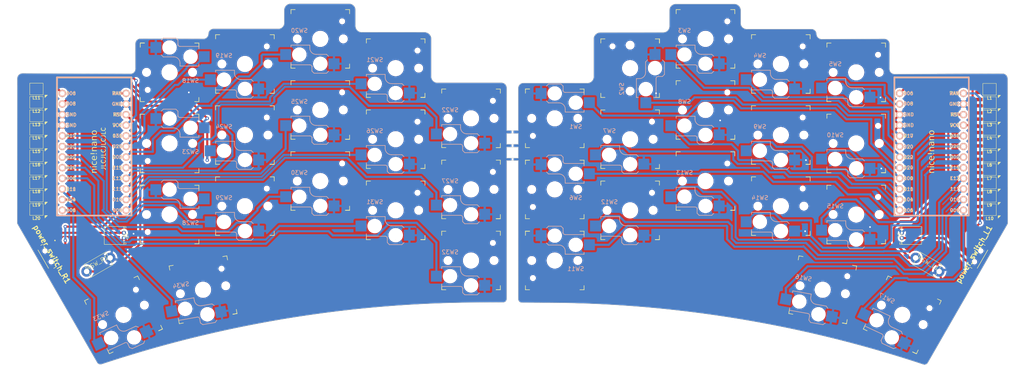
<source format=kicad_pcb>
(kicad_pcb (version 20221018) (generator pcbnew)
  (layers (0 "F.Cu" signal) (31 "B.Cu" signal) (34 "B.Paste" user) (35 "F.Paste" user) (36 "B.SilkS" user "B.Silkscreen") (37 "F.SilkS" user "F.Silkscreen") (38 "B.Mask" user) (39 "F.Mask" user) (44 "Edge.Cuts" user))
  (net 0 "")
  (net 1 "BAT+_L")
  (net 2 "GND_L")
  (net 3 "BAT+_R")
  (net 4 "GND_R")
  (net 5 "VCC_L")
  (net 6 "Net-(L1-DOUT)")
  (net 7 "LED_L")
  (net 8 "Net-(L2-DOUT)")
  (net 9 "Net-(L3-DOUT)")
  (net 10 "Net-(L4-DOUT)")
  (net 11 "Net-(L5-DOUT)")
  (net 12 "Net-(L6-DOUT)")
  (net 13 "Net-(L7-DOUT)")
  (net 14 "Net-(L8-DOUT)")
  (net 15 "Net-(L10-DIN)")
  (net 17 "VCC_R")
  (net 18 "Net-(L11-DOUT)")
  (net 19 "LED_R")
  (net 20 "Net-(L12-DOUT)")
  (net 21 "Net-(L13-DOUT)")
  (net 22 "Net-(L14-DOUT)")
  (net 23 "Net-(L15-DOUT)")
  (net 24 "Net-(L16-DOUT)")
  (net 25 "Net-(L17-DOUT)")
  (net 26 "Net-(L18-DOUT)")
  (net 27 "Net-(L19-DOUT)")
  (net 29 "BAT_SW_L")
  (net 35 "BAT_SW_R")
  (net 41 "RST_L")
  (net 42 "RST_R")
  (net 43 "SW1")
  (net 44 "SW2")
  (net 45 "SW3")
  (net 46 "SW4")
  (net 47 "SW5")
  (net 48 "SW6")
  (net 49 "SW7")
  (net 50 "SW8")
  (net 51 "SW9")
  (net 52 "SW10")
  (net 53 "SW11")
  (net 54 "SW12")
  (net 55 "SW13")
  (net 56 "SW14")
  (net 57 "SW15")
  (net 58 "SW16")
  (net 59 "SW17")
  (net 60 "SW18")
  (net 61 "SW19")
  (net 62 "SW20")
  (net 63 "SW21")
  (net 64 "SW22")
  (net 65 "SW23")
  (net 66 "SW24")
  (net 67 "SW27")
  (net 68 "SW28")
  (net 69 "SW29")
  (net 70 "SW30")
  (net 71 "SW33")
  (net 72 "SW34")
  (net 73 "SW25")
  (net 74 "SW32")
  (net 75 "SW26")
  (net 76 "SW31")
  (footprint "KoalaKeeb:SK6812-MINI-E" (layer "F.Cu") (at 46.2 70.8)
    (fp_text reference "L20")
    (fp_text value "~" hide)
  )
  (footprint "KoalaKeeb:SK6812-MINI-E" (layer "F.Cu") (at 273.85 48.45)
    (fp_text reference "L3")
    (fp_text value "~" hide)
  )
  (footprint "KoalaKeeb:Kailh_socket_PG1350" (layer "F.Cu") (at 242 55)
    (fp_text reference "SW10")
    (fp_text value "Switch_SW_Push")
  )
  (footprint "KoalaKeeb:JLC 2Pin" (layer "F.Cu") (at 67.096 77 -90)
    (fp_text reference "J2")
    (fp_text value "JLC_Battery_Con_R")
  )
  (footprint "KoalaKeeb:Kailh_socket_PG1350" (layer "F.Cu") (at 150 66)
    (fp_text reference "SW27")
    (fp_text value "Switch_SW_Push")
  )
  (footprint "KoalaKeeb:SK6812-MINI-E" (layer "F.Cu") (at 46.2 58)
    (fp_text reference "L16")
    (fp_text value "~" hide)
  )
  (footprint "KoalaKeeb:Kailh_socket_PG1350" (layer "F.Cu") (at 234 90 -10)
    (fp_text reference "SW16")
    (fp_text value "Switch_SW_Push")
  )
  (footprint "KoalaKeeb:SK6812-MINI-E" (layer "F.Cu") (at 46.2 54.8)
    (fp_text reference "L15")
    (fp_text value "~" hide)
  )
  (footprint "KoalaKeeb:SK6812-MINI-E" (layer "F.Cu") (at 273.85 67.65)
    (fp_text reference "L9")
    (fp_text value "~" hide)
  )
  (footprint "KoalaKeeb:SK6812-MINI-E" (layer "F.Cu") (at 273.85 42.05)
    (fp_text reference "L1")
    (fp_text value "~" hide)
  )
  (footprint "KoalaKeeb:Kailh_socket_PG1350" (layer "F.Cu") (at 132 37)
    (fp_text reference "SW21")
    (fp_text value "Switch_SW_Push")
  )
  (footprint "KoalaKeeb:TS-1136-4.3" (layer "F.Cu") (at 259 84 -30)
    (fp_text reference "RSW_L1")
    (fp_text value "Switch_SW_Push")
  )
  (footprint "KoalaKeeb:Kailh_socket_PG1350" (layer "F.Cu") (at 96 53)
    (fp_text reference "SW24")
    (fp_text value "Switch_SW_Push")
  )
  (footprint "KoalaKeeb:SK6812-MINI-E" (layer "F.Cu") (at 273.85 54.85)
    (fp_text reference "L5")
    (fp_text value "~" hide)
  )
  (footprint "KoalaKeeb:Kailh_socket_PG1350" (layer "F.Cu") (at 78 55 180)
    (fp_text reference "SW23")
    (fp_text value "Switch_SW_Push")
  )
  (footprint "KoalaKeeb:SK6812-MINI-E" (layer "F.Cu") (at 46.2 45.2)
    (fp_text reference "L12")
    (fp_text value "~" hide)
  )
  (footprint "KoalaKeeb:Kailh_socket_PG1350" (layer "F.Cu") (at 224 36)
    (fp_text reference "SW4")
    (fp_text value "Switch_SW_Push")
  )
  (footprint "KoalaKeeb:Kailh_socket_PG1350" (layer "F.Cu") (at 242 72)
    (fp_text reference "SW15")
    (fp_text value "Switch_SW_Push")
  )
  (footprint "KoalaKeeb:SK6812-MINI-E" (layer "F.Cu") (at 46.2 42)
    (fp_text reference "L11")
    (fp_text value "~" hide)
  )
  (footprint "KoalaKeeb:Kailh_socket_PG1350" (layer "F.Cu") (at 96 70)
    (fp_text reference "SW29")
    (fp_text value "Switch_SW_Push")
  )
  (footprint "KoalaKeeb:Kailh_socket_PG1350" (layer "F.Cu") (at 86 90 10)
    (fp_text reference "SW34")
    (fp_text value "Switch_SW_Push")
  )
  (footprint "KoalaKeeb:Kailh_socket_PG1350" (layer "F.Cu") (at 96 36)
    (fp_text reference "SW19")
    (fp_text value "Switch_SW_Push")
  )
  (footprint "KoalaKeeb:Kailh_socket_PG1350" (layer "F.Cu") (at 67 96 25)
    (fp_text reference "SW33")
    (fp_text value "Switch_SW_Push")
  )
  (footprint "KoalaKeeb:SK6812-MINI-E" (layer "F.Cu") (at 273.85 61.25)
    (fp_text reference "L7")
    (fp_text value "~" hide)
  )
  (footprint "KoalaKeeb:SK6812-MINI-E" (layer "F.Cu") (at 46.2 67.6)
    (fp_text reference "L19")
    (fp_text value "~" hide)
  )
  (footprint "KoalaKeeb:MSK12C02" (layer "F.Cu") (at 49 82 -60)
    (fp_text reference "power_switch_R1")
    (fp_text value "MSK12C02" hide)
  )
  (footprint "KoalaKeeb:Kailh_socket_PG1350" (layer "F.Cu") (at 132 54)
    (fp_text reference "SW26")
    (fp_text value "Switch_SW_Push")
  )
  (footprint "KoalaKeeb:Kailh_socket_PG1350" (layer "F.Cu") (at 170 49 180)
    (fp_text reference "SW1")
    (fp_text value "Switch_SW_Push")
  )
  (footprint "KoalaKeeb:Kailh_socket_PG1350" (layer "F.Cu") (at 188 71)
    (fp_text reference "SW12")
    (fp_text value "Switch_SW_Push")
  )
  (footprint "KoalaKeeb:Kailh_socket_PG1350" (layer "F.Cu") (at 114 64)
    (fp_text reference "SW30")
    (fp_text value "Switch_SW_Push")
  )
  (footprint "KoalaKeeb:SK6812-MINI-E" (layer "F.Cu") (at 46.2 64.4)
    (fp_text reference "L18")
    (fp_text value "~" hide)
  )
  (footprint "KoalaKeeb:Kailh_socket_PG1350" (layer "F.Cu") (at 206 47)
    (fp_text reference "SW8")
    (fp_text value "Switch_SW_Push")
  )
  (footprint "KoalaKeeb:MSK12C02" (layer "F.Cu") (at 271 82 60)
    (fp_text reference "power_switch_L1")
    (fp_text value "MSK12C02" hide)
  )
  (footprint "KoalaKeeb:SK6812-MINI-E" (layer "F.Cu") (at 46.2 48.4)
    (fp_text reference "L13")
    (fp_text value "~" hide)
  )
  (footprint "KoalaKeeb:Kailh_socket_PG1350" (layer "F.Cu") (at 253 96 -25)
    (fp_text reference "SW17")
    (fp_text value "Switch_SW_Push")
  )
  (footprint "KoalaKeeb:JLC 2Pin" (layer "F.Cu") (at 252.904 77 90)
    (fp_text reference "J1")
    (fp_text value "JLC_Battery_Con_L")
  )
  (footprint "KoalaKeeb:Kailh_socket_PG1350" (layer "F.Cu") (at 132 71)
    (fp_text reference "SW31")
    (fp_text value "Switch_SW_Push")
  )
  (footprint "KoalaKeeb:Kailh_socket_PG1350" (layer "F.Cu") (at 170 66 180)
    (fp_text reference "SW6")
    (fp_text value "Switch_SW_Push")
  )
  (footprint "KoalaKeeb:nice!nano" (layer "F.Cu") (at 260 57 -90)
    (fp_text reference "U1" hide)
    (fp_text value "Nice!Nano_L" hide)
  )
  (footprint "KoalaKeeb:Kailh_socket_PG1350" (layer "F.Cu") (at 206 64)
    (fp_text reference "SW13")
    (fp_text value "Switch_SW_Push")
  )
  (footprint "KoalaKeeb:Kailh_socket_PG1350" (layer "F.Cu") (at 206 30)
    (fp_text reference "SW3")
    (fp_text value "Switch_SW_Push")
  )
  (footprint "KoalaKeeb:SK6812-MINI-E" (layer "F.Cu") (at 273.85 58.05)
    (fp_text reference "L6")
    (fp_text value "~" hide)
  )
  (footprint "KoalaKeeb:Kailh_socket_PG1350" (layer "F.Cu") (at 242 38)
    (fp_text reference "SW5")
    (fp_text value "Switch_SW_Push")
  )
  (footprint "KoalaKeeb:Kailh_socket_PG1350" (layer "F.Cu") (at 78 72 180)
    (fp_text reference "SW28")
    (fp_text value "Switch_SW_Push")
  )
  (footprint "KoalaKeeb:Kailh_socket_PG1350" (layer "F.Cu") (at 224 70)
    (fp_text reference "SW14")
    (fp_text value "Switch_SW_Push")
  )
  (footprint "KoalaKeeb:Kailh_socket_PG1350" (layer "F.Cu") (at 150 83)
    (fp_text reference "SW32")
    (fp_text value "Switch_SW_Push")
  )
  (footprint "KoalaKeeb:SK6812-MINI-E" (layer "F.Cu") (at 46.2 51.6)
    (fp_text reference "L14")
    (fp_text value "~" hide)
  )
  (footprint "KoalaKeeb:Kailh_socket_PG1350" (layer "F.Cu") (at 188 37 90)
    (fp_text reference "SW2")
    (fp_text value "Switch_SW_Push")
  )
  (footprint "KoalaKeeb:Kailh_socket_PG1350" (layer "F.Cu") (at 78 38 180)
    (fp_text reference "SW18")
    (fp_text value "Switch_SW_Push")
  )
  (footprint "KoalaKeeb:TS-1136-4.3" (layer "F.Cu") (at 61 84 30)
    (fp_text reference "RSW_R1")
    (fp_text value "Switch_SW_Push")
  )
  (footprint "KoalaKeeb:nice!nano" (layer "F.Cu") (at 60 57 -90)
    (fp_text reference "U2" hide)
    (fp_text value "Nice!Nano_R" hide)
  )
  (footprint "KoalaKeeb:Kailh_socket_PG1350" (layer "F.Cu") (at 114 30)
    (fp_text reference "SW20")
    (fp_text value "Switch_SW_Push")
  )
  (footprint "KoalaKeeb:Kailh_socket_PG1350" (layer "F.Cu") (at 114 47)
    (fp_text reference "SW25")
    (fp_text value "Switch_SW_Push")
  )
  (footprint "KoalaKeeb:Kailh_socket_PG1350" (layer "F.Cu") (at 150 49)
    (fp_text reference "SW22")
    (fp_text value "Switch_SW_Push")
  )
  (footprint "KoalaKeeb:Kailh_socket_PG1350" (layer "F.Cu") (at 188 54)
    (fp_text reference "SW7")
    (fp_text value "Switch_SW_Push")
  )
  (footprint "KoalaKeeb:SK6812-MINI-E" (layer "F.Cu") (at 46.2 61.2)
    (fp_text reference "L17")
    (fp_text value "~" hide)
  )
  (footprint "KoalaKeeb:SK6812-MINI-E" (layer "F.Cu") (at 273.85 45.25)
    (fp_text reference "L2")
    (fp_text value "~" hide)
  )
  (footprint "KoalaKeeb:Kailh_socket_PG1350" (layer "F.Cu") (at 224 53)
    (fp_text reference "SW9")
    (fp_text value "Switch_SW_Push")
  )
  (footprint "KoalaKeeb:SK6812-MINI-E" (layer "F.Cu") (at 273.85 51.65)
    (fp_text reference "L4")
    (fp_text value "~" hide)
  )
  (footprint "KoalaKeeb:SK6812-MINI-E" (layer "F.Cu") (at 273.85 64.45)
    (fp_text reference "L8")
    (fp_text value "~" hide)
  )
  (footprint "KoalaKeeb:SK6812-MINI-E" (layer "F.Cu") (at 273.85 70.85)
    (fp_text reference "L10")
    (fp_text value "~" hide)
  )
  (footprint "KoalaKeeb:Kailh_socket_PG1350" (layer "F.Cu") (at 170 83 180)
    (fp_text reference "SW11")
    (fp_text value "Switch_SW_Push")
  )
  (gr_arc (start 61.796928 107.790785) (mid 106.804796 96.741368) (end 153 93.026401) (stroke (width 0.1)) (layer "Edge.Cuts"))
  (gr_line (start 162.504783 40.554468) (end 177.804796 40.558632) (stroke (width 0.1)) (layer "Edge.Cuts"))
  (gr_arc (start 69.84731 31.151469) (mid 70.2 30.3) (end 71.051469 29.94731) (stroke (width 0.1)) (layer "Edge.Cuts"))
  (gr_line (start 158.5 51.9) (end 161.3 51.9) (stroke (width 0.1)) (layer "Edge.Cuts"))
  (gr_line (start 68.648531 38.35269) (end 42.851469 38.24731) (stroke (width 0.1)) (layer "Edge.Cuts"))
  (gr_line (start 158.5 52.6) (end 161.3 52.6) (stroke (width 0.1)) (layer "Edge.Cuts"))
  (gr_line (start 214.404796 23.158632) (end 214.404796 26.258632) (stroke (width 0.1)) (layer "Edge.Cuts"))
  (gr_line (start 158.504151 41.699995) (end 158.5 51.9) (stroke (width 0.1)) (layer "Edge.Cuts"))
  (gr_arc (start 197.404796 23.158632) (mid 197.844136 22.097972) (end 198.904796 21.658632) (stroke (width 0.1)) (layer "Edge.Cuts"))
  (gr_line (start 166.804796 93.085033) (end 162.104796 93.058632) (stroke (width 0.1)) (layer "Edge.Cuts"))
  (gr_line (start 120.9 21.6) (end 106.9 21.6) (stroke (width 0.1)) (layer "Edge.Cuts"))
  (gr_arc (start 259.164326 107.336615) (mid 258.685416 107.816997) (end 258.007868 107.849416) (stroke (width 0.1)) (layer "Edge.Cuts"))
  (gr_line (start 103.93934 27.601259) (end 88.5 27.6) (stroke (width 0.1)) (layer "Edge.Cuts"))
  (gr_line (start 278.157486 39.510101) (end 278.187891 74.058632) (stroke (width 0.1)) (layer "Edge.Cuts"))
  (gr_line (start 140.5 39) (end 140.5 30) (stroke (width 0.1)) (layer "Edge.Cuts"))
  (gr_line (start 158.5 59.1) (end 161.3 59.1) (stroke (width 0.1)) (layer "Edge.Cuts"))
  (gr_arc (start 138.918862 28.418862) (mid 140.036895 28.881967) (end 140.5 30) (stroke (width 0.1)) (layer "Edge.Cuts"))
  (gr_line (start 161.3 59.1) (end 161.308766 92.179029) (stroke (width 0.1)) (layer "Edge.Cuts"))
  (gr_arc (start 197.404796 26.958632) (mid 196.965456 28.019292) (end 195.904796 28.458632) (stroke (width 0.1)) (layer "Edge.Cuts"))
  (gr_arc (start 41.7 74.3) (mid 41.638062 74.155648) (end 41.616905 74) (stroke (width 0.1)) (layer "Edge.Cuts"))
  (gr_line (start 158.5 55.9) (end 161.3 55.9) (stroke (width 0.1)) (layer "Edge.Cuts"))
  (gr_line (start 161.3 55.9) (end 161.3 58.5) (stroke (width 0.1)) (layer "Edge.Cuts"))
  (gr_line (start 157.300013 40.495836) (end 142 40.5) (stroke (width 0.1)) (layer "Edge.Cuts"))
  (gr_arc (start 105.4 23.1) (mid 105.83934 22.03934) (end 106.9 21.6) (stroke (width 0.1)) (layer "Edge.Cuts"))
  (gr_arc (start 162.104796 93.058632) (mid 161.511634 92.795436) (end 161.308766 92.179029) (stroke (width 0.1)) (layer "Edge.Cuts"))
  (gr_arc (start 215.865456 27.659891) (mid 214.853397 27.252933) (end 214.404796 26.258632) (stroke (width 0.1)) (layer "Edge.Cuts"))
  (gr_arc (start 179.304796 30.058632) (mid 179.767901 28.940599) (end 180.885934 28.477494) (stroke (width 0.1)) (layer "Edge.Cuts"))
  (gr_line (start 69.84731 31.151469) (end 69.85269 37.148531) (stroke (width 0.1)) (layer "Edge.Cuts"))
  (gr_line (start 161.3 52.6) (end 161.3 55.2) (stroke (width 0.1)) (layer "Edge.Cuts"))
  (gr_line (start 105.4 23.1) (end 105.4 26.2) (stroke (width 0.1)) (layer "Edge.Cuts"))
  (gr_arc (start 161.300645 41.758627) (mid 161.653323 40.90716) (end 162.504783 40.554468) (stroke (width 0.1)) (layer "Edge.Cuts"))
  (gr_line (start 251.156265 38.411322) (end 276.953327 38.305942) (stroke (width 0.1)) (layer "Edge.Cuts"))
  (gr_line (start 158.5 58.5) (end 158.5 55.9) (stroke (width 0.1)) (layer "Edge.Cuts"))
  (gr_line (start 259.164327 107.336616) (end 278.104796 74.358632) (stroke (width 0.1)) (layer "Edge.Cuts"))
  (gr_arc (start 41.64731 39.451469) (mid 42 38.6) (end 42.851469 38.24731) (stroke (width 0.1)) (layer "Edge.Cuts"))
  (gr_arc (start 233.756265 30.055534) (mid 232.891922 29.707908) (end 232.508955 28.858632) (stroke (width 0.1)) (layer "Edge.Cuts"))
  (gr_arc (start 158.49603 92.120397) (mid 158.293162 92.736804) (end 157.7 93) (stroke (width 0.1)) (layer "Edge.Cuts"))
  (gr_arc (start 157.300013 40.495836) (mid 158.151475 40.84853) (end 158.504151 41.699995) (stroke (width 0.1)) (layer "Edge.Cuts"))
  (gr_line (start 153 93.026401) (end 157.7 93) (stroke (width 0.1)) (layer "Edge.Cuts"))
  (gr_line (start 233.756265 30.055534) (end 248.753327 30.005942) (stroke (width 0.1)) (layer "Edge.Cuts"))
  (gr_arc (start 212.904796 21.658632) (mid 213.965456 22.097972) (end 214.404796 23.158632) (stroke (width 0.1)) (layer "Edge.Cuts"))
  (gr_line (start 161.3 58.5) (end 158.5 58.5) (stroke (width 0.1)) (layer "Edge.Cuts"))
  (gr_line (start 161.3 55.2) (end 158.5 55.2) (stroke (width 0.1)) (layer "Edge.Cuts"))
  (gr_line (start 197.404796 26.958632) (end 197.404796 23.158632) (stroke (width 0.1)) (layer "Edge.Cuts"))
  (gr_arc (start 166.804796 93.085033) (mid 213 96.8) (end 258.007868 107.849417) (stroke (width 0.1)) (layer "Edge.Cuts"))
  (gr_arc (start 231.304796 27.654473) (mid 232.156265 28.007163) (end 232.508955 28.858632) (stroke (width 0.1)) (layer "Edge.Cuts"))
  (gr_line (start 122.4 26.9) (end 122.4 23.1) (stroke (width 0.1)) (layer "Edge.Cuts"))
  (gr_arc (start 69.85269 37.148531) (mid 69.5 38) (end 68.648531 38.35269) (stroke (width 0.1)) (layer "Edge.Cuts"))
  (gr_arc (start 276.953327 38.305942) (mid 277.804796 38.658632) (end 278.157486 39.510101) (stroke (width 0.1)) (layer "Edge.Cuts"))
  (gr_arc (start 120.9 21.6) (mid 121.96066 22.03934) (end 122.4 23.1) (stroke (width 0.1)) (layer "Edge.Cuts"))
  (gr_arc (start 248.753327 30.005942) (mid 249.604796 30.358632) (end 249.957486 31.210101) (stroke (width 0.1)) (layer "Edge.Cuts"))
  (gr_line (start 161.300645 41.758627) (end 161.3 51.9) (stroke (width 0.1)) (layer "Edge.Cuts"))
  (gr_line (start 198.904796 21.658632) (end 212.904796 21.658632) (stroke (width 0.1)) (layer "Edge.Cuts"))
  (gr_line (start 41.64731 39.451469) (end 41.616905 74) (stroke (width 0.1)) (layer "Edge.Cuts"))
  (gr_line (start 249.957486 31.210101) (end 249.952106 37.207163) (stroke (width 0.1)) (layer "Edge.Cuts"))
  (gr_line (start 60.640469 107.277984) (end 41.7 74.3) (stroke (width 0.1)) (layer "Edge.Cuts"))
  (gr_arc (start 123.9 28.4) (mid 122.83934 27.96066) (end 122.4 26.9) (stroke (width 0.1)) (layer "Edge.Cuts"))
  (gr_arc (start 87.295841 28.8) (mid 87.648531 27.948531) (end 88.5 27.595841) (stroke (width 0.1)) (layer "Edge.Cuts"))
  (gr_arc (start 142 40.5) (mid 140.93934 40.06066) (end 140.5 39) (stroke (width 0.1)) (layer "Edge.Cuts"))
  (gr_line (start 158.5 55.2) (end 158.5 52.6) (stroke (width 0.1)) (layer "Edge.Cuts"))
  (gr_arc (start 179.304796 39.058632) (mid 178.865456 40.119292) (end 177.804796 40.558632) (stroke (width 0.1)) (layer "Edge.Cuts"))
  (gr_arc (start 105.4 26.2) (mid 104.951399 27.194301) (end 103.93934 27.601259) (stroke (width 0.1)) (layer "Edge.Cuts"))
  (gr_line (start 180.885934 28.477494) (end 195.904796 28.458632) (stroke (width 0.1)) (layer "Edge.Cuts"))
  (gr_arc (start 87.295841 28.8) (mid 86.912874 29.649276) (end 86.048531 29.996902) (stroke (width 0.1)) (layer "Edge.Cuts"))
  (gr_line (start 179.304796 39.058632) (end 179.304796 30.058632) (stroke (width 0.1)) (layer "Edge.Cuts"))
  (gr_line (start 215.865456 27.659891) (end 231.304796 27.658632) (stroke (width 0.1)) (layer "Edge.Cuts"))
  (gr_arc (start 61.796928 107.790784) (mid 61.11938 107.758365) (end 60.64047 107.277983) (stroke (width 0.1)) (layer "Edge.Cuts"))
  (gr_arc (start 278.187891 74.058632) (mid 278.166734 74.21428) (end 278.104796 74.358632) (stroke (width 0.1)) (layer "Edge.Cuts"))
  (gr_line (start 138.918862 28.418862) (end 123.9 28.4) (stroke (width 0.1)) (layer "Edge.Cuts"))
  (gr_line (start 158.49603 92.120397) (end 158.5 59.1) (stroke (width 0.1)) (layer "Edge.Cuts"))
  (gr_line (start 86.048531 29.996902) (end 71.051469 29.94731) (stroke (width 0.1)) (layer "Edge.Cuts"))
  (gr_arc (start 251.156265 38.411322) (mid 250.304796 38.058632) (end 249.952106 37.207163) (stroke (width 0.1)) (layer "Edge.Cuts"))
  (gr_text "JLCJLCJLCJLC" (at 62.8 61.5 90) (layer "F.SilkS") (effects (font (size 1 1)) (justify left bottom)))
  (segment (start 262.874296 77.625) (end 268.272853 83.023557) (width 0.5) (layer "F.Cu") (net 1))
  (segment (start 252.904 77.625) (end 262.874296 77.625) (width 0.5) (layer "F.Cu") (net 1))
  (via (at 229.8 76) (size 0.8) (drill 0.4) (layers "F.Cu" "B.Cu") (net 2))
  (via (at 209.5 49.5) (size 0.8) (drill 0.4) (layers "F.Cu" "B.Cu") (net 2))
  (via (at 245.3 75) (size 0.8) (drill 0.4) (layers "F.Cu" "B.Cu") (net 2))
  (via (at 230 59) (size 0.8) (drill 0.4) (layers "F.Cu" "B.Cu") (net 2))
  (via (at 194.2 43) (size 0.8) (drill 0.4) (layers "F.Cu" "B.Cu") (net 2))
  (via (at 247.8 44) (size 0.8) (drill 0.4) (layers "F.Cu" "B.Cu") (net 2))
  (via (at 248 61) (size 0.8) (drill 0.4) (layers "F.Cu" "B.Cu") (net 2))
  (segment (start 52.22859 76.375) (end 49.477147 79.126443) (width 0.5) (layer "F.Cu") (net 3))
  (segment (start 67.096 76.375) (end 52.22859 76.375) (width 0.5) (layer "F.Cu") (net 3))
  (segment (start 69.6 78.8) (end 69.6 76.8) (width 0.5) (layer "F.Cu") (net 4))
  (segment (start 69.6 76.8) (end 69.4 76.6) (width 0.5) (layer "F.Cu") (net 4))
  (segment (start 48.75 42.75) (end 49 43) (width 0.5) (layer "F.Cu") (net 4))
  (segment (start 68 80.4) (end 69.6 78.8) (width 0.5) (layer "F.Cu") (net 4))
  (via (at 69.4 76.6) (size 0.8) (drill 0.4) (layers "F.Cu" "B.Cu") (net 4))
  (via (at 68 80.4) (size 0.8) (drill 0.4) (layers "F.Cu" "B.Cu") (net 4))
  (via (at 82.6 42.8) (size 0.8) (drill 0.4) (layers "F.Cu" "B.Cu") (net 4))
  (segment (start 153.275 53.275) (end 153.275 54.95) (width 0.5) (layer "B.Cu") (net 4))
  (segment (start 68.102208 77.625) (end 69.127208 76.6) (width 0.5) (layer "B.Cu") (net 4))
  (segment (start 69.127208 76.6) (end 69.4 76.6) (width 0.5) (layer "B.Cu") (net 4))
  (segment (start 67.096 77.625) (end 68.102208 77.625) (width 0.5) (layer "B.Cu") (net 4))
  (segment (start 269.9 66.9) (end 269.8 66.8) (width 0.5) (layer "F.Cu") (net 5))
  (segment (start 269.8 47.6) (end 269.8 50.65) (width 0.5) (layer "F.Cu") (net 5))
  (segment (start 271.3 47.7) (end 269.9 47.7) (width 0.5) (layer "F.Cu") (net 5))
  (segment (start 271.3 63.7) (end 269.9 63.7) (width 0.5) (layer "F.Cu") (net 5))
  (segment (start 269.9 54.1) (end 269.8 54) (width 0.5) (layer "F.Cu") (net 5))
  (segment (start 271.3 60.5) (end 269.9 60.5) (width 0.5) (layer "F.Cu") (net 5))
  (segment (start 271.3 66.9) (end 269.9 66.9) (width 0.5) (layer "F.Cu") (net 5))
  (segment (start 271.3 54.1) (end 269.9 54.1) (width 0.5) (layer "F.Cu") (net 5))
  (segment (start 269.95 41.3) (end 269.8 41.45) (width 0.5) (layer "F.Cu") (net 5))
  (segment (start 269.8 54) (end 269.8 57.2) (width 0.5) (layer "F.Cu") (net 5))
  (segment (start 269.8 44.4) (end 269.8 47.6) (width 0.5) (layer "F.Cu") (net 5))
  (segment (start 271.3 50.9) (end 271.05 50.65) (width 0.5) (layer "F.Cu") (net 5))
  (segment (start 267.62 50.65) (end 269.8 50.65) (width 0.5) (layer "F.Cu") (net 5))
  (segment (start 269.9 60.5) (end 269.8 60.4) (width 0.5) (layer "F.Cu") (net 5))
  (segment (start 269.8 50.65) (end 269.8 54) (width 0.5) (layer "F.Cu") (net 5))
  (segment (start 269.8 60.4) (end 269.8 63.8) (width 0.5) (layer "F.Cu") (net 5))
  (segment (start 269.9 63.7) (end 269.8 63.8) (width 0.5) (layer "F.Cu") (net 5))
  (segment (start 271.3 41.3) (end 269.95 41.3) (width 0.5) (layer "F.Cu") (net 5))
  (segment (start 269.9 57.3) (end 269.8 57.2) (width 0.5) (layer "F.Cu") (net 5))
  (segment (start 269.8 66.8) (end 269.8 69.95) (width 0.5) (layer "F.Cu") (net 5))
  (segment (start 269.8 63.8) (end 269.8 66.8) (width 0.5) (layer "F.Cu") (net 5))
  (segment (start 269.8 69.95) (end 269.95 70.1) (width 0.5) (layer "F.Cu") (net 5))
  (segment (start 269.9 44.5) (end 269.8 44.4) (width 0.5) (layer "F.Cu") (net 5))
  (segment (start 269.9 47.7) (end 269.8 47.6) (width 0.5) (layer "F.Cu") (net 5))
  (segment (start 269.95 70.1) (end 271.3 70.1) (width 0.5) (layer "F.Cu") (net 5))
  (segment (start 269.8 57.2) (end 269.8 60.4) (width 0.5) (layer "F.Cu") (net 5))
  (segment (start 271.3 44.5) (end 269.9 44.5) (width 0.5) (layer "F.Cu") (net 5))
  (segment (start 269.8 41.45) (end 269.8 44.4) (width 0.5) (layer "F.Cu") (net 5))
  (segment (start 271.05 50.65) (end 269.8 50.65) (width 0.5) (layer "F.Cu") (net 5))
  (segment (start 271.3 57.3) (end 269.9 57.3) (width 0.5) (layer "F.Cu") (net 5))
  (segment (start 275.54 44.5) (end 276.4 44.5) (width 0.5) (layer "F.Cu") (net 6))
  (segment (start 271.3 42.8) (end 273.84 42.8) (width 0.5) (layer "F.Cu") (net 6))
  (segment (start 273.84 42.8) (end 275.54 44.5) (width 0.5) (layer "F.Cu") (net 6))
  (segment (start 252.38 43.03) (end 255.81 39.6) (width 0.5) (layer "F.Cu") (net 7))
  (segment (start 255.81 39.6) (end 274.7 39.6) (width 0.5) (layer "F.Cu") (net 7))
  (segment (start 274.7 39.6) (end 276.4 41.3) (width 0.5) (layer "F.Cu") (net 7))
  (segment (start 271.3 46) (end 273.84 46) (width 0.5) (layer "F.Cu") (net 8))
  (segment (start 273.84 46) (end 275.54 47.7) (width 0.5) (layer "F.Cu") (net 8))
  (segment (start 275.54 47.7) (end 276.4 47.7) (width 0.5) (layer "F.Cu") (net 8))
  (segment (start 275.54 50.9) (end 276.4 50.9) (width 0.5) (layer "F.Cu") (net 9))
  (segment (start 273.84 49.2) (end 275.54 50.9) (width 0.5) (layer "F.Cu") (net 9))
  (segment (start 271.3 49.2) (end 273.84 49.2) (width 0.5) (layer "F.Cu") (net 9))
  (segment (start 271.3 52.4) (end 273.84 52.4) (width 0.5) (layer "F.Cu") (net 10))
  (segment (start 273.84 52.4) (end 275.54 54.1) (width 0.5) (layer "F.Cu") (net 10))
  (segment (start 275.54 54.1) (end 276.4 54.1) (width 0.5) (layer "F.Cu") (net 10))
  (segment (start 273.84 55.6) (end 275.54 57.3) (width 0.5) (layer "F.Cu") (net 11))
  (segment (start 275.54 57.3) (end 276.4 57.3) (width 0.5) (layer "F.Cu") (net 11))
  (segment (start 271.3 55.6) (end 273.84 55.6) (width 0.5) (layer "F.Cu") (net 11))
  (segment (start 273.84 58.8) (end 275.54 60.5) (width 0.5) (layer "F.Cu") (net 12))
  (segment (start 271.3 58.8) (end 273.84 58.8) (width 0.5) (layer "F.Cu") (net 12))
  (segment (start 275.54 60.5) (end 276.4 60.5) (width 0.5) (layer "F.Cu") (net 12))
  (segment (start 271.3 62) (end 273.84 62) (width 0.5) (layer "F.Cu") (net 13))
  (segment (start 273.84 62) (end 275.54 63.7) (width 0.5) (layer "F.Cu") (net 13))
  (segment (start 275.54 63.7) (end 276.4 63.7) (width 0.5) (layer "F.Cu") (net 13))
  (segment (start 271.3 65.2) (end 273.84 65.2) (width 0.5) (layer "F.Cu") (net 14))
  (segment (start 273.84 65.2) (end 275.54 66.9) (width 0.5) (layer "F.Cu") (net 14))
  (segment (start 275.54 66.9) (end 276.4 66.9) (width 0.5) (layer "F.Cu") (net 14))
  (segment (start 271.3 68.4) (end 273.84 68.4) (width 0.5) (layer "F.Cu") (net 15))
  (segment (start 273.84 68.4) (end 275.54 70.1) (width 0.5) (layer "F.Cu") (net 15))
  (segment (start 275.54 70.1) (end 276.4 70.1) (width 0.5) (layer "F.Cu") (net 15))
  (segment (start 42 42) (end 42 43) (width 0.5) (layer "F.Cu") (net 17))
  (segment (start 42 63.35) (end 42 62) (width 0.5) (layer "F.Cu") (net 17))
  (segment (start 42.3 63.65) (end 42 63.35) (width 0.5) (layer "F.Cu") (net 17))
  (segment (start 42 53.26) (end 42 51) (width 0.5) (layer "F.Cu") (net 17))
  (segment (start 43.65 66.85) (end 42.85 66.85) (width 0.5) (layer "F.Cu") (net 17))
  (segment (start 42 51) (end 42 54) (width 0.5) (layer "F.Cu") (net 17))
  (segment (start 42 47.35) (end 42 46) (width 0.5) (layer "F.Cu") (net 17))
  (segment (start 42 59) (end 42 62) (width 0.5) (layer "F.Cu") (net 17))
  (segment (start 42.75 41.25) (end 42 42) (width 0.5) (layer "F.Cu") (net 17))
  (segment (start 43.65 57.25) (end 42.79 57.25) (width 0.5) (layer "F.Cu") (net 17))
  (segment (start 42.79 54.05) (end 42 53.26) (width 0.5) (layer "F.Cu") (net 17))
  (segment (start 43.65 44.45) (end 42.3 44.45) (width 0.5) (layer "F.Cu") (net 17))
  (segment (start 42 70) (end 42.05 70.05) (width 0.5) (layer "F.Cu") (net 17))
  (segment (start 43.65 47.65) (end 42.3 47.65) (width 0.5) (layer "F.Cu") (net 17))
  (segment (start 42.85 66.85) (end 42 66) (width 0.5) (layer "F.Cu") (net 17))
  (segment (start 42 46) (end 42 49) (width 0.5) (layer "F.Cu") (net 17))
  (segment (start 42.05 70.05) (end 43.65 70.05) (width 0.5) (layer "F.Cu") (net 17))
  (segment (start 43.65 54.05) (end 42.79 54.05) (width 0.5) (layer "F.Cu") (net 17))
  (segment (start 42 66) (end 42 62) (width 0.5) (layer "F.Cu") (net 17))
  (segment (start 42 56.46) (end 42 54) (width 0.5) (layer "F.Cu") (net 17))
  (segment (start 43.65 41.25) (end 42.75 41.25) (width 0.5) (layer "F.Cu") (net 17))
  (segment (start 42 44.15) (end 42 43) (width 0.5) (layer "F.Cu") (net 17))
  (segment (start 42 43) (end 42 46) (width 0.5) (layer "F.Cu") (net 17))
  (segment (start 70 40) (end 69 39) (width 0.5) (layer "F.Cu") (net 17))
  (segment (start 42 66) (end 42 70) (width 0.5) (layer "F.Cu") (net 17))
  (segment (start 42 54) (end 42 59) (width 0.5) (layer "F.Cu") (net 17))
  (segment (start 42.3 60.45) (end 42 60.15) (width 0.5) (layer "F.Cu") (net 17))
  (segment (start 43.65 60.45) (end 42.3 60.45) (width 0.5) (layer "F.Cu") (net 17))
  (segment (start 42 50) (end 42 49) (width 0.5) (layer "F.Cu") (net 17))
  (segment (start 42.79 57.25) (end 42 56.46) (width 0.5) (layer "F.Cu") (net 17))
  (segment (start 42.85 50.85) (end 42 50) (width 0.5) (layer "F.Cu") (net 17))
  (segment (start 42.3 47.65) (end 42 47.35) (width 0.5) (layer "F.Cu") (net 17))
  (segment (start 42 49) (end 42 51) (width 0.5) (layer "F.Cu") (net 17))
  (segment (start 69 39) (end 45.9 39) (width 0.5) (layer "F.Cu") (net 17))
  (segment (start 42 60.15) (end 42 59) (width 0.5) (layer "F.Cu") (net 17))
  (segment (start 42.3 44.45) (end 42 44.15) (width 0.5) (layer "F.Cu") (net 17))
  (segment (start 43.65 63.65) (end 42.3 63.65) (width 0.5) (layer "F.Cu") (net 17))
  (segment (start 43.65 50.85) (end 42.85 50.85) (width 0.5) (layer "F.Cu") (net 17))
  (segment (start 45.9 39) (end 43.65 41.25) (width 0.5) (layer "F.Cu") (net 17))
  (via (at 70 40) (size 0.8) (drill 0.4) (layers "F.Cu" "B.Cu") (net 17))
  (segment (start 67.62 50.65) (end 70 48.27) (width 0.5) (layer "B.Cu") (net 17))
  (segment (start 70 48.27) (end 70 40) (width 0.5) (layer "B.Cu") (net 17))
  (segment (start 46.99 44.45) (end 48.75 44.45) (width 0.25) (layer "F.Cu") (net 18))
  (segment (start 43.65 42.75) (end 45.29 42.75) (width 0.25) (layer "F.Cu") (net 18))
  (segment (start 45.29 42.75) (end 46.99 44.45) (width 0.25) (layer "F.Cu") (net 18))
  (segment (start 50.6 41.25) (end 48.75 41.25) (width 0.5) (layer "F.Cu") (net 19))
  (segment (start 52.38 43.03) (end 50.6 41.25) (width 0.5) (layer "F.Cu") (net 19))
  (segment (start 43.65 45.95) (end 45.49 45.95) (width 0.25) (layer "F.Cu") (net 20))
  (segment (start 47.19 47.65) (end 48.75 47.65) (width 0.25) (layer "F.Cu") (net 20))
  (segment (start 45.49 45.95) (end 47.19 47.65) (width 0.25) (layer "F.Cu") (net 20))
  (segment (start 47.14 50.85) (end 48.75 50.85) (width 0.25) (layer "F.Cu") (net 21))
  (segment (start 43.65 49.15) (end 45.44 49.15) (width 0.25) (layer "F.Cu") (net 21))
  (segment (start 45.44 49.15) (end 47.14 50.85) (width 0.25) (layer "F.Cu") (net 21))
  (segment (start 45.38 52.35) (end 47.08 54.05) (width 0.25) (layer "F.Cu") (net 22))
  (segment (start 47.08 54.05) (end 48.75 54.05) (width 0.25) (layer "F.Cu") (net 22))
  (segment (start 43.65 52.35) (end 45.38 52.35) (width 0.25) (layer "F.Cu") (net 22))
  (segment (start 45.43 55.55) (end 47.13 57.25) (width 0.25) (layer "F.Cu") (net 23))
  (segment (start 47.13 57.25) (end 48.75 57.25) (width 0.25) (layer "F.Cu") (net 23))
  (segment (start 43.65 55.55) (end 45.43 55.55) (width 0.25) (layer "F.Cu") (net 23))
  (segment (start 47.23 60.45) (end 48.75 60.45) (width 0.25) (layer "F.Cu") (net 24))
  (segment (start 45.53 58.75) (end 47.23 60.45) (width 0.25) (layer "F.Cu") (net 24))
  (segment (start 43.65 58.75) (end 45.53 58.75) (width 0.25) (layer "F.Cu") (net 24))
  (segment (start 45.56 61.95) (end 47.26 63.65) (width 0.25) (layer "F.Cu") (net 25))
  (segment (start 47.26 63.65) (end 48.75 63.65) (width 0.25) (layer "F.Cu") (net 25))
  (segment (start 43.65 61.95) (end 45.56 61.95) (width 0.25) (layer "F.Cu") (net 25))
  (segment (start 43.65 65.15) (end 45.63 65.15) (width 0.25) (layer "F.Cu") (net 26))
  (segment (start 47.33 66.85) (end 48.75 66.85) (width 0.25) (layer "F.Cu") (net 26))
  (segment (start 45.63 65.15) (end 47.33 66.85) (width 0.25) (layer "F.Cu") (net 26))
  (segment (start 45.44 68.35) (end 47.14 70.05) (width 0.25) (layer "F.Cu") (net 27))
  (segment (start 47.14 70.05) (end 48.75 70.05) (width 0.25) (layer "F.Cu") (net 27))
  (segment (start 43.65 68.35) (end 45.44 68.35) (width 0.25) (layer "F.Cu") (net 27))
  (segment (start 268.8 79.452628) (end 269.772853 80.425481) (width 0.5) (layer "F.Cu") (net 29))
  (segment (start 268.8 76.6) (end 268.8 79.452628) (width 0.5) (layer "F.Cu") (net 29))
  (segment (start 269 76.6) (end 268.8 76.6) (width 0.5) (layer "F.Cu") (net 29))
  (segment (start 271.6 74) (end 269 76.6) (width 0.5) (layer "F.Cu") (net 29))
  (via (at 271.6 74) (size 0.8) (drill 0.4) (layers "F.Cu" "B.Cu") (net 29))
  (segment (start 271.6 44.2) (end 271.6 74) (width 0.5) (layer "B.Cu") (net 29))
  (segment (start 267.62 43.03) (end 270.43 43.03) (width 0.5) (layer "B.Cu") (net 29))
  (segment (start 270.43 43.03) (end 271.6 44.2) (width 0.5) (layer "B.Cu") (net 29))
  (segment (start 66.03 43.03) (end 66 43) (width 0.5) (layer "F.Cu") (net 35))
  (segment (start 65 44) (end 65 72) (width 0.5) (layer "F.Cu") (net 35))
  (segment (start 53.1 74.9) (end 62.1 74.9) (width 0.5) (layer "F.Cu") (net 35))
  (segment (start 62.1 74.9) (end 65 72) (width 0.5) (layer "F.Cu") (net 35))
  (segment (start 67.62 43.03) (end 66.03 43.03) (width 0.5) (layer "F.Cu") (net 35))
  (segment (start 53.1 79.601666) (end 50.977147 81.724519) (width 0.5) (layer "F.Cu") (net 35))
  (segment (start 53.1 78.2) (end 53.1 79.601666) (width 0.5) (layer "F.Cu") (net 35))
  (segment (start 66 43) (end 65 44) (width 0.5) (layer "F.Cu") (net 35))
  (via (at 53.1 78.2) (size 0.8) (drill 0.4) (layers "F.Cu" "B.Cu") (net 35))
  (via (at 53.1 74.9) (size 0.8) (drill 0.4) (layers "F.Cu" "B.Cu") (net 35))
  (segment (start 53.1 74.9) (end 53.1 78.2) (width 0.5) (layer "B.Cu") (net 35))
  (segment (start 264 48.6) (end 264.49 48.11) (width 0.5) (layer "F.Cu") (net 41))
  (segment (start 264 64.6) (end 264 48.6) (width 0.5) (layer "F.Cu") (net 41))
  (segment (start 264.49 48.11) (end 267.62 48.11) (width 0.5) (layer "F.Cu") (net 41))
  (segment (start 251 75.2) (end 252.6 73.6) (width 0.5) (layer "F.Cu") (net 41))
  (segment (start 251 78.6) (end 251 75.2) (width 0.5) (layer "F.Cu") (net 41))
  (segment (start 252.6 73.6) (end 255 73.6) (width 0.5) (layer "F.Cu") (net 41))
  (segment (start 256.185417 82.375) (end 254.775 82.375) (width 0.5) (layer "F.Cu") (net 41))
  (segment (start 254.775 82.375) (end 251 78.6) (width 0.5) (layer "F.Cu") (net 41))
  (segment (start 255 73.6) (end 264 64.6) (width 0.5) (layer "F.Cu") (net 41))
  (segment (start 71 51.49) (end 67.62 48.11) (width 0.5) (layer "F.Cu") (net 42))
  (segment (start 71 79) (end 71 51.49) (width 0.5) (layer "F.Cu") (net 42))
  (segment (start 64.375 85.625) (end 71 79) (width 0.5) (layer "F.Cu") (net 42))
  (segment (start 58.185417 85.625) (end 64.375 85.625) (width 0.5) (layer "F.Cu") (net 42))
  (segment (start 201.517324 48.3509) (end 181.3759 48.3509) (width 0.5) (layer "B.Cu") (net 43))
  (segment (start 245.6 55.010461) (end 245.6 49.2) (width 0.5) (layer "B.Cu") (net 43))
  (segment (start 205.082724 44.7855) (end 201.517324 48.3509) (width 0.5) (layer "B.Cu") (net 43))
  (segment (start 251.399539 60.81) (end 245.6 55.010461) (width 0.5) (layer "B.Cu") (net 43))
  (segment (start 239.654416 49.2) (end 237.054416 46.6) (width 0.5) (layer "B.Cu") (net 43))
  (segment (start 212.712708 44.7855) (end 205.082724 44.7855) (width 0.5) (layer "B.Cu") (net 43))
  (segment (start 245.6 49.2) (end 239.654416 49.2) (width 0.5) (layer "B.Cu") (net 43))
  (segment (start 237.054416 46.6) (end 214.527208 46.6) (width 0.5) (layer "B.Cu") (net 43))
  (segment (start 214.527208 46.6) (end 212.712708 44.7855) (width 0.5) (layer "B.Cu") (net 43))
  (segment (start 252.38 60.81) (end 251.399539 60.81) (width 0.5) (layer "B.Cu") (net 43))
  (segment (start 181.3759 48.3509) (end 178.275 45.25) (width 0.5) (layer "B.Cu") (net 43))
  (segment (start 213.2 44) (end 214.9 45.7) (width 0.5) (layer "B.Cu") (net 44))
  (segment (start 214.9 45.7) (end 237.427208 45.7) (width 0.5) (layer "B.Cu") (net 44))
  (segment (start 203.4 44) (end 213.2 44) (width 0.5) (layer "B.Cu") (net 44))
  (segment (start 248.5 48.3) (end 248.5 54.008515) (width 0.5) (layer "B.Cu") (net 44))
  (segment (start 203.4 44) (end 202.125 45.275) (width 0.5) (layer "B.Cu") (net 44))
  (segment (start 202.125 45.275) (end 191.75 45.275) (width 0.5) (layer "B.Cu") (net 44))
  (segment (start 248.5 54.008515) (end 252.38 57.888515) (width 0.5) (layer "B.Cu") (net 44))
  (segment (start 240.027208 48.3) (end 248.5 48.3) (width 0.5) (layer "B.Cu") (net 44))
  (segment (start 237.427208 45.7) (end 240.027208 48.3) (width 0.5) (layer "B.Cu") (net 44))
  (segment (start 252.38 57.888515) (end 252.38 58.27) (width 0.5) (layer "B.Cu") (net 44))
  (segment (start 216.402208 41.7) (end 219.502208 44.8) (width 0.5) (layer "B.Cu") (net 45))
  (segment (start 237.8 44.8) (end 240.4 47.4) (width 0.5) (layer "B.Cu") (net 45))
  (segment (start 205.675 41.7) (end 216.402208 41.7) (width 0.5) (layer "B.Cu") (net 45))
  (segment (start 219.502208 44.8) (end 237.8 44.8) (width 0.5) (layer "B.Cu") (net 45))
  (segment (start 249.7 53.05) (end 252.38 55.73) (width 0.5) (layer "B.Cu") (net 45))
  (segment (start 249.7 47.4) (end 249.7 53.05) (width 0.5) (layer "B.Cu") (net 45))
  (segment (start 240.4 47.4) (end 249.7 47.4) (width 0.5) (layer "B.Cu") (net 45))
  (segment (start 197.725 33.75) (end 205.675 41.7) (width 0.5) (layer "B.Cu") (net 45))
  (segment (start 219.925 43.95) (end 238.75 43.95) (width 0.5) (layer "B.Cu") (net 46))
  (segment (start 241.2 46.4) (end 250.6 46.4) (width 0.5) (layer "B.Cu") (net 46))
  (segment (start 250.6 46.4) (end 250.6 51.41) (width 0.5) (layer "B.Cu") (net 46))
  (segment (start 238.75 43.95) (end 241.2 46.4) (width 0.5) (layer "B.Cu") (net 46))
  (segment (start 215.725 39.75) (end 219.925 43.95) (width 0.5) (layer "B.Cu") (net 46))
  (segment (start 250.6 51.41) (end 252.38 53.19) (width 0.5) (layer "B.Cu") (net 46))
  (segment (start 248.8 43.4) (end 250.97 45.57) (width 0.5) (layer "B.Cu") (net 47))
  (segment (start 235.725 39.75) (end 239.15 39.75) (width 0.5) (layer "B.Cu") (net 47))
  (segment (start 233.725 41.75) (end 235.725 39.75) (width 0.5) (layer "B.Cu") (net 47))
  (segment (start 240.4 41) (end 248.8 41) (width 0.5) (layer "B.Cu") (net 47))
  (segment (start 248.8 41) (end 248.8 43.4) (width 0.5) (layer "B.Cu") (net 47))
  (segment (start 239.15 39.75) (end 240.4 41) (width 0.5) (layer "B.Cu") (net 47))
  (segment (start 250.97 45.57) (end 252.38 45.57) (width 0.5) (layer "B.Cu") (net 47))
  (segment (start 219.7855 61.7855) (end 222.2 64.2) (width 0.5) (layer "B.Cu") (net 48))
  (segment (start 250.412433 72.4) (end 255.8 72.4) (width 0.5) (layer "B.Cu") (net 48))
  (segment (start 240 67.2) (end 245.4 67.2) (width 0.5) (layer "B.Cu") (net 48))
  (segment (start 255.8 57) (end 259.61 53.19) (width 0.5) (layer "B.Cu") (net 48))
  (segment (start 245.4 67.2) (end 245.4 67.387567) (width 0.5) (layer "B.Cu") (net 48))
  (segment (start 245.4 67.387567) (end 250.412433 72.4) (width 0.5) (layer "B.Cu") (net 48))
  (segment (start 205.082724 61.7855) (end 219.7855 61.7855) (width 0.5) (layer "B.Cu") (net 48))
  (segment (start 222.2 64.2) (end 237 64.2) (width 0.5) (layer "B.Cu") (net 48))
  (segment (start 255.8 72.4) (end 255.8 57) (width 0.5) (layer "B.Cu") (net 48))
  (segment (start 178.275 62.25) (end 204.618224 62.25) (width 0.5) (layer "B.Cu") (net 48))
  (segment (start 237 64.2) (end 240 67.2) (width 0.5) (layer "B.Cu") (net 48))
  (segment (start 204.618224 62.25) (end 205.082724 61.7855) (width 0.5) (layer "B.Cu") (net 48))
  (segment (start 259.61 53.19) (end 267.62 53.19) (width 0.5) (layer "B.Cu") (net 48))
  (segment (start 179.725 57.75) (end 181.725 55.75) (width 0.5) (layer "B.Cu") (net 49))
  (segment (start 213.702208 59.9) (end 219.2 59.9) (width 0.5) (layer "B.Cu") (net 49))
  (segment (start 240.2 65.6) (end 247.01 65.6) (width 0.5) (layer "B.Cu") (net 49))
  (segment (start 237.6 63) (end 240.2 65.6) (width 0.5) (layer "B.Cu") (net 49))
  (segment (start 187.80462 56.936396) (end 212.663604 56.936396) (width 0.5) (layer "B.Cu") (net 49))
  (segment (start 219.2 59.9) (end 221.2 61.9) (width 0.5) (layer "B.Cu") (net 49))
  (segment (start 181.725 55.75) (end 186.618224 55.75) (width 0.5) (layer "B.Cu") (net 49))
  (segment (start 186.618224 55.75) (end 187.80462 56.936396) (width 0.5) (layer "B.Cu") (net 49))
  (segment (start 212.663604 58.861396) (end 213.702208 59.9) (width 0.5) (layer "B.Cu") (net 49))
  (segment (start 247.01 65.6) (end 252.38 70.97) (width 0.5) (layer "B.Cu") (net 49))
  (segment (start 221.2 61.9) (end 224.827208 61.9) (width 0.5) (layer "B.Cu") (net 49))
  (segment (start 212.663604 56.936396) (end 212.663604 58.861396) (width 0.5) (layer "B.Cu") (net 49))
  (segment (start 225.927208 63) (end 237.6 63) (width 0.5) (layer "B.Cu") (net 49))
  (segment (start 224.827208 61.9) (end 225.927208 63) (width 0.5) (layer "B.Cu") (net 49))
  (segment (start 226.3 62.1) (end 238.4 62.1) (width 0.5) (layer "B.Cu") (net 50))
  (segment (start 238.4 62.1) (end 241 64.7) (width 0.5) (layer "B.Cu") (net 50))
  (segment (start 221.8 61) (end 225.2 61) (width 0.5) (layer "B.Cu") (net 50))
  (segment (start 214.075 59) (end 219.8 59) (width 0.5) (layer "B.Cu") (net 50))
  (segment (start 212.2 55.2) (end 213.775 56.775) (width 0.5) (layer "B.Cu") (net 50))
  (segment (start 248.65 64.7) (end 252.38 68.43) (width 0.5) (layer "B.Cu") (net 50))
  (segment (start 197.725 50.75) (end 202.175 55.2) (width 0.5) (layer "B.Cu") (net 50))
  (segment (start 213.775 58.7) (end 214.075 59) (width 0.5) (layer "B.Cu") (net 50))
  (segment (start 202.175 55.2) (end 212.2 55.2) (width 0.5) (layer "B.Cu") (net 50))
  (segment (start 225.2 61) (end 226.3 62.1) (width 0.5) (layer "B.Cu") (net 50))
  (segment (start 213.775 56.775) (end 213.775 58.7) (width 0.5) (layer "B.Cu") (net 50))
  (segment (start 219.8 59) (end 221.8 61) (width 0.5) (layer "B.Cu") (net 50))
  (segment (start 241 64.7) (end 248.65 64.7) (width 0.5) (layer "B.Cu") (net 50))
  (segment (start 217.725 54.75) (end 221.95 54.75) (width 0.5) (layer "B.Cu") (net 51))
  (segment (start 250.29 63.8) (end 252.38 65.89) (width 0.5) (layer "B.Cu") (net 51))
  (segment (start 231.4 58.2) (end 231.4 61.2) (width 0.5) (layer "B.Cu") (net 51))
  (segment (start 215.725 56.75) (end 217.725 54.75) (width 0.5) (layer "B.Cu") (net 51))
  (segment (start 239.4 61.2) (end 242 63.8) (width 0.5) (layer "B.Cu") (net 51))
  (segment (start 229 55.8) (end 231.4 58.2) (width 0.5) (layer "B.Cu") (net 51))
  (segment (start 223 55.8) (end 229 55.8) (width 0.5) (layer "B.Cu") (net 51))
  (segment (start 242 63.8) (end 250.29 63.8) (width 0.5) (layer "B.Cu") (net 51))
  (segment (start 221.95 54.75) (end 223 55.8) (width 0.5) (layer "B.Cu") (net 51))
  (segment (start 231.4 61.2) (end 239.4 61.2) (width 0.5) (layer "B.Cu") (net 51))
  (segment (start 235.725 56.75) (end 240.618224 56.75) (width 0.5) (layer "B.Cu") (net 52))
  (segment (start 240.618224 56.75) (end 242.868224 59) (width 0.5) (layer "B.Cu") (net 52))
  (segment (start 233.725 58.75) (end 235.725 56.75) (width 0.5) (layer "B.Cu") (net 52))
  (segment (start 242.868224 59) (end 248.03 59) (width 0.5) (layer "B.Cu") (net 52))
  (segment (start 248.03 59) (end 252.38 63.35) (width 0.5) (layer "B.Cu") (net 52))
  (segment (start 211.027208 74.7) (end 211.163604 74.836396) (width 0.5) (layer "B.Cu") (net 53))
  (segment (start 253.575 85.175) (end 257.897792 85.175) (width 0.5) (layer "B.Cu") (net 53))
  (segment (start 262.6 70.91) (end 267.62 65.89) (width 0.5) (layer "B.Cu") (net 53))
  (segment (start 182.871573 79.25) (end 187.421573 74.7) (width 0.5) (layer "B.Cu") (net 53))
  (segment (start 232.4 82.6) (end 251 82.6) (width 0.5) (layer "B.Cu") (net 53))
  (segment (start 178.275 79.25) (end 182.871573 79.25) (width 0.5) (layer "B.Cu") (net 53))
  (segment (start 212.954416 79.7) (end 229.3 79.7) (width 0.5) (layer "B.Cu") (net 53))
  (segment (start 257.897792 85.175) (end 262.6 80.472792) (width 0.5) (layer "B.Cu") (net 53))
  (segment (start 187.421573 74.7) (end 211.027208 74.7) (width 0.5) (layer "B.Cu") (net 53))
  (segment (start 211.163604 74.836396) (end 211.163604 77.909188) (width 0.5) (layer "B.Cu") (net 53))
  (segment (start 229.3 79.7) (end 229.4 79.6) (width 0.5) (layer "B.Cu") (net 53))
  (segment (start 251 82.6) (end 253.575 85.175) (width 0.5) (layer "B.Cu") (net 53))
  (segment (start 262.6 80.472792) (end 262.6 70.91) (width 0.5) (layer "B.Cu") (net 53))
  (segment (start 229.4 79.6) (end 232.4 82.6) (width 0.5) (layer "B.Cu") (net 53))
  (segment (start 211.163604 77.909188) (end 212.954416 79.7) (width 0.5) (layer "B.Cu") (net 53))
  (segment (start 186.8 73.8) (end 211.4 73.8) (width 0.5) (layer "B.Cu") (net 54))
  (segment (start 252.2 81.7) (end 254.775 84.275) (width 0.5) (layer "B.Cu") (net 54))
  (segment (start 212.3 74.7) (end 212.3 77.772792) (width 0.5) (layer "B.Cu") (net 54))
  (segment (start 182.1241 72.3509) (end 185.3509 72.3509) (width 0.5) (layer "B.Cu") (net 54))
  (segment (start 211.4 73.8) (end 212.3 74.7) (width 0.5) (layer "B.Cu") (net 54))
  (segment (start 185.3509 72.3509) (end 186.8 73.8) (width 0.5) (layer "B.Cu") (net 54))
  (segment (start 212.3 77.772792) (end 213.327208 78.8) (width 0.5) (layer "B.Cu") (net 54))
  (segment (start 179.725 74.75) (end 182.1241 72.3509) (width 0.5) (layer "B.Cu") (net 54))
  (segment (start 230 78.8) (end 232.9 81.7) (width 0.5) (layer "B.Cu") (net 54))
  (segment (start 261.8 80) (end 261.8 69.17) (width 0.5) (layer "B.Cu") (net 54))
  (segment (start 232.9 81.7) (end 252.2 81.7) (width 0.5) (layer "B.Cu") (net 54))
  (segment (start 261.8 69.17) (end 267.62 63.35) (width 0.5) (layer "B.Cu") (net 54))
  (segment (start 213.327208 78.8) (end 230 78.8) (width 0.5) (layer "B.Cu") (net 54))
  (segment (start 257.525 84.275) (end 261.8 80) (width 0.5) (layer "B.Cu") (net 54))
  (segment (start 254.775 84.275) (end 257.525 84.275) (width 0.5) (layer "B.Cu") (net 54))
  (segment (start 209.825 66.6) (end 213.2 69.975) (width 0.5) (layer "B.Cu") (net 55))
  (segment (start 213.2 77.4) (end 213.825 78.025) (width 0.5) (layer "B.Cu") (net 55))
  (segment (start 197.725 67.75) (end 200.1241 65.3509) (width 0.5) (layer "B.Cu") (net 55))
  (segment (start 258.6 76.6) (end 258.6 62.8) (width 0.5) (layer "B.Cu") (net 55))
  (segment (start 248.6 80.8) (end 254.4 80.8) (width 0.5) (layer "B.Cu") (net 55))
  (segment (start 204.219124 65.3509) (end 205.468224 66.6) (width 0.5) (layer "B.Cu") (net 55))
  (segment (start 233.652208 80.85) (end 248.55 80.85) (width 0.5) (layer "B.Cu") (net 55))
  (segment (start 260.19 60.81) (end 267.62 60.81) (width 0.5) (layer "B.Cu") (net 55))
  (segment (start 248.55 80.85) (end 248.6 80.8) (width 0.5) (layer "B.Cu") (net 55))
  (segment (start 254.4 80.8) (end 258.6 76.6) (width 0.5) (layer "B.Cu") (net 55))
  (segment (start 213.825 78.025) (end 230.827208 78.025) (width 0.5) (layer "B.Cu") (net 55))
  (segment (start 258.6 62.8) (end 258.4 62.6) (width 0.5) (layer "B.Cu") (net 55))
  (segment (start 200.1241 65.3509) (end 204.219124 65.3509) (width 0.5) (layer "B.Cu") (net 55))
  (segment (start 205.468224 66.6) (end 209.825 66.6) (width 0.5) (layer "B.Cu") (net 55))
  (segment (start 258.4 62.6) (end 260.19 60.81) (width 0.5) (layer "B.Cu") (net 55))
  (segment (start 230.827208 78.025) (end 233.652208 80.85) (width 0.5) (layer "B.Cu") (net 55))
  (segment (start 213.2 69.975) (end 213.2 77.4) (width 0.5) (layer "B.Cu") (net 55))
  (segment (start 217.725 71.75) (end 222.55 71.75) (width 0.5) (layer "B.Cu") (net 56))
  (segment (start 256.872792 74.6) (end 257.6 73.872792) (width 0.5) (layer "B.Cu") (net 56))
  (segment (start 257.6 73.872792) (end 257.6 61.6) (width 0.5) (layer "B.Cu") (net 56))
  (segment (start 231.2 77.125) (end 234.025 79.95) (width 0.5) (layer "B.Cu") (net 56))
  (segment (start 222.55 71.75) (end 224.2 73.4) (width 0.5) (layer "B.Cu") (net 56))
  (segment (start 234.025 79.95) (end 248.65 79.95) (width 0.5) (layer "B.Cu") (net 56))
  (segment (start 260.93 58.27) (end 267.62 58.27) (width 0.5) (layer "B.Cu") (net 56))
  (segment (start 257.6 61.6) (end 260.93 58.27) (width 0.5) (layer "B.Cu") (net 56))
  (segment (start 215.725 73.75) (end 217.725 71.75) (width 0.5) (layer "B.Cu") (net 56))
  (segment (start 224.2 73.4) (end 231.2 73.4) (width 0.5) (layer "B.Cu") (net 56))
  (segment (start 250.4 78.2) (end 250.4 74.6) (width 0.5) (layer "B.Cu") (net 56))
  (segment (start 231.2 73.4) (end 231.2 77.125) (width 0.5) (layer "B.Cu") (net 56))
  (segment (start 250.4 74.6) (end 256.872792 74.6) (width 0.5) (layer "B.Cu") (net 56))
  (segment (start 248.65 79.95) (end 250.4 78.2) (width 0.5) (layer "B.Cu") (net 56))
  (segment (start 233.725 72.864539) (end 238.189539 68.4) (width 0.5) (layer "B.Cu") (net 57))
  (segment (start 256.7 73.5) (end 256.7 59) (width 0.5) (layer "B.Cu") (net 57))
  (segment (start 259.97 55.73) (end 267.62 55.73) (width 0.5) (layer "B.Cu") (net 57))
  (segment (start 241.989539 68.4) (end 247.389539 73.8) (width 0.5) (layer "B.Cu") (net 57))
  (segment (start 256.4 73.8) (end 256.7 73.5) (width 0.5) (layer "B.Cu") (net 57))
  (segment (start 238.189539 68.4) (end 241.989539 68.4) (width 0.5) (layer "B.Cu") (net 57))
  (segment (start 233.725 75.75) (end 233.725 72.864539) (width 0.5) (layer "B.Cu") (net 57))
  (segment (start 256.7 59) (end 259.97 55.73) (width 0.5) (layer "B.Cu") (net 57))
  (segment (start 247.389539 73.8) (end 256.4 73.8) (width 0.5) (layer "B.Cu") (net 57))
  (segment (start 253.327208 86.2) (end 258.145584 86.2) (width 0.5) (layer "B.Cu") (net 58))
  (segment (start 230.4 84.4) (end 251.527208 84.4) (width 0.5) (layer "B.Cu") (net 58))
  (segment (start 225.199535 92.25609) (end 225.199535 89.600465) (width 0.5) (layer "B.Cu") (net 58))
  (segment (start 263.472792 80.872792) (end 263.472792 72.577208) (width 0.5) (layer "B.Cu") (net 58))
  (segment (start 251.527208 84.4) (end 253.327208 86.2) (width 0.5) (layer "B.Cu") (net 58))
  (segment (start 258.145584 86.2) (end 263.472792 80.872792) (width 0.5) (layer "B.Cu") (net 58))
  (segment (start 225.199535 89.600465) (end 230.4 84.4) (width 0.5) (layer "B.Cu") (net 58))
  (segment (start 263.472792 72.577208) (end 267.62 68.43) (width 0.5) (layer "B.Cu") (net 58))
  (segment (start 243.915485 95.901488) (end 243.915485 94.467097) (width 0.5) (layer "B.Cu") (net 59))
  (segment (start 267.62 85.18) (end 267.62 70.97) (width 0.5) (layer "B.Cu") (net 59))
  (segment (start 243.915485 94.467097) (end 251.182582 87.2) (width 0.5) (layer "B.Cu") (net 59))
  (segment (start 254.525 87.525) (end 265.275 87.525) (width 0.5) (layer "B.Cu") (net 59))
  (segment (start 254.2 87.2) (end 254.525 87.525) (width 0.5) (layer "B.Cu") (net 59))
  (segment (start 251.182582 87.2) (end 254.2 87.2) (width 0.5) (layer "B.Cu") (net 59))
  (segment (start 265.275 87.525) (end 267.62 85.18) (width 0.5) (layer "B.Cu") (net 59))
  (segment (start 71 52) (end 71 48.131776) (width 0.5) (layer "B.Cu") (net 60))
  (segment (start 71 48.131776) (end 82 37.131776) (width 0.5) (layer "B.Cu") (net 60))
  (segment (start 84.275 36.25) (end 86.275 34.25) (width 0.5) (layer "B.Cu") (net 60))
  (segment (start 67.62 53.19) (end 69.81 53.19) (width 0.5) (layer "B.Cu") (net 60))
  (segment (start 69.81 53.19) (end 71 52) (width 0.5) (layer "B.Cu") (net 60))
  (segment (start 82 37.131776) (end 82 37) (width 0.5) (layer "B.Cu") (net 60))
  (segment (start 82 37) (end 82.75 36.25) (width 0.5) (layer "B.Cu") (net 60))
  (segment (start 82.75 36.25) (end 84.275 36.25) (width 0.5) (layer "B.Cu") (net 60))
  (segment (start 81.25 39.75) (end 87.725 39.75) (width 0.5) (layer "B.Cu") (net 61))
  (segment (start 67.62 55.73) (end 69.35 54) (width 0.5) (layer "B.Cu") (net 61))
  (segment (start 72 52) (end 72 48.275) (width 0.5) (layer "B.Cu") (net 61))
  (segment (start 79.275 41) (end 80 41) (width 0.5) (layer "B.Cu") (net 61))
  (segment (start 70 54) (end 72 52) (width 0.5) (layer "B.Cu") (net 61))
  (segment (start 69.35 54) (end 70 54) (width 0.5) (layer "B.Cu") (net 61))
  (segment (start 80 41) (end 81.25 39.75) (width 0.5) (layer "B.Cu") (net 61))
  (segment (start 72 48.275) (end 79.275 41) (width 0.5) (layer "B.Cu") (net 61))
  (segment (start 68.89 57) (end 67.62 58.27) (width 0.5) (layer "B.Cu") (net 62))
  (segment (start 88 45.578427) (end 88 46) (width 0.5) (layer "B.Cu") (net 62))
  (segment (start 85 46) (end 79 52) (width 0.5) (layer "B.Cu") (net 62))
  (segment (start 100 34) (end 100 36) (width 0.5) (layer "B.Cu") (net 62))
  (segment (start 74 57) (end 68.89 57) (width 0.5) (layer "B.Cu") (net 62))
  (segment (start 74 54) (end 74 57) (width 0.5) (layer "B.Cu") (net 62))
  (segment (start 105.725 33.75) (end 100.25 33.75) (width 0.5) (layer "B.Cu") (net 62))
  (segment (start 100 36) (end 97 39) (width 0.5) (layer "B.Cu") (net 62))
  (segment (start 88 46) (end 85 46) (width 0.5) (layer "B.Cu") (net 62))
  (segment (start 94.578427 39) (end 88 45.578427) (width 0.5) (layer "B.Cu") (net 62))
  (segment (start 76 52) (end 74 54) (width 0.5) (layer "B.Cu") (net 62))
  (segment (start 97 39) (end 94.578427 39) (width 0.5) (layer "B.Cu") (net 62))
  (segment (start 100.25 33.75) (end 100 34) (width 0.5) (layer "B.Cu") (net 62))
  (segment (start 79 52) (end 76 52) (width 0.5) (layer "B.Cu") (net 62))
  (segment (start 105.25 40.75) (end 102 44) (width 0.5) (layer "B.Cu") (net 63))
  (segment (start 88 54) (end 86 54) (width 0.5) (layer "B.Cu") (net 63))
  (segment (start 89 53) (end 88 54) (width 0.5) (layer "B.Cu") (net 63))
  (segment (start 123.725 40.75) (end 105.25 40.75) (width 0.5) (layer "B.Cu") (net 63))
  (segment (start 85 57) (end 81.19 60.81) (width 0.5) (layer "B.Cu") (net 63))
  (segment (start 89 46) (end 89 53) (width 0.5) (layer "B.Cu") (net 63))
  (segment (start 81.19 60.81) (end 67.62 60.81) (width 0.5) (layer "B.Cu") (net 63))
  (segment (start 102 45) (end 90 45) (width 0.5) (layer "B.Cu") (net 63))
  (segment (start 90 45) (end 89 46) (width 0.5) (layer "B.Cu") (net 63))
  (segment (start 86 54) (end 85 55) (width 0.5) (layer "B.Cu") (net 63))
  (segment (start 102 44) (end 102 45) (width 0.5) (layer "B.Cu") (net 63))
  (segment (start 85 55) (end 85 57) (width 0.5) (layer "B.Cu") (net 63))
  (segment (start 91 51) (end 93 53) (width 0.5) (layer "B.Cu") (net 64))
  (segment (start 103 44.989949) (end 102.289949 45.7) (width 0.5) (layer "B.Cu") (net 64))
  (segment (start 90 51) (end 91 51) (width 0.5) (layer "B.Cu") (net 64))
  (segment (start 141.725 48.725) (end 139 46) (width 0.5) (layer "B.Cu") (net 64))
  (segment (start 93 58) (end 89.49 61.51) (width 0.5) (layer "B.Cu") (net 64))
  (segment (start 69.46 61.51) (end 67.62 63.35) (width 0.5) (layer "B.Cu") (net 64))
  (segment (start 125.55 46) (end 121 41.45) (width 0.5) (layer "B.Cu") (net 64))
  (segment (start 102.289949 45.7) (end 90.3 45.7) (width 0.5) (layer "B.Cu") (net 64))
  (segment (start 89.7 46.3) (end 89.7 50.7) (width 0.5) (layer "B.Cu") (net 64))
  (segment (start 105.55 41.45) (end 103 44) (width 0.5) (layer "B.Cu") (net 64))
  (segment (start 90.3 45.7) (end 89.7 46.3) (width 0.5) (layer "B.Cu") (net 64))
  (segment (start 89.49 61.51) (end 69.46 61.51) (width 0.5) (layer "B.Cu") (net 64))
  (segment (start 121 41.45) (end 105.55 41.45) (width 0.5) (layer "B.Cu") (net 64))
  (segment (start 93 53) (end 93 58) (width 0.5) (layer "B.Cu") (net 64))
  (segment (start 139 46) (end 125.55 46) (width 0.5) (layer "B.Cu") (net 64))
  (segment (start 141.725 52.75) (end 141.725 48.725) (width 0.5) (layer "B.Cu") (net 64))
  (segment (start 103 44) (end 103 44.989949) (width 0.5) (layer "B.Cu") (net 64))
  (segment (start 89.7 50.7) (end 90 51) (width 0.5) (layer "B.Cu") (net 64))
  (segment (start 73 45) (end 83 45) (width 0.5) (layer "F.Cu") (net 65))
  (segment (start 57.95 40) (end 68 40) (width 0.5) (layer "F.Cu") (net 65))
  (segment (start 83 45) (end 87 49) (width 0.5) (layer "F.Cu") (net 65))
  (segment (start 52.38 45.57) (end 57.95 40) (width 0.5) (layer "F.Cu") (net 65))
  (segment (start 68 40) (end 73 45) (width 0.5) (layer "F.Cu") (net 65))
  (via (at 87 49) (size 0.8) (drill 0.4) (layers "F.Cu" "B.Cu") (net 65))
  (segment (start 86.275 51.25) (end 86.275 49.725) (width 0.5) (layer "B.Cu") (net 65))
  (segment (start 86.275 49.725) (end 87 49) (width 0.5) (layer "B.Cu") (net 65))
  (segment (start 68 41) (end 72 45) (width 0.5) (layer "F.Cu") (net 66))
  (segment (start 72 46) (end 83 46) (width 0.5) (layer "F.Cu") (net 66))
  (segment (start 83 46) (end 83 47) (width 0.5) (layer "F.Cu") (net 66))
  (segment (start 52.38 68.43) (end 54.57 68.43) (width 0.5) (layer "F.Cu") (net 66))
  (segment (start 59 41) (end 68 41) (width 0.5) (layer "F.Cu") (net 66))
  (segment (start 54.57 68.43) (end 56 67) (width 0.5) (layer "F.Cu") (net 66))
  (segment (start 83 47) (end 87 51) (width 0.5) (layer "F.Cu") (net 66))
  (segment (start 72 45) (end 72 46) (width 0.5) (layer "F.Cu") (net 66))
  (segment (start 87 51) (end 87 59) (width 0.5) (layer "F.Cu") (net 66))
  (segment (start 56 67) (end 56 44) (width 0.5) (layer "F.Cu") (net 66))
  (segment (start 56 44) (end 59 41) (width 0.5) (layer "F.Cu") (net 66))
  (via (at 87 59) (size 0.8) (drill 0.4) (layers "F.Cu" "B.Cu") (net 66))
  (segment (start 87 59) (end 87 57.475) (width 0.5) (layer "B.Cu") (net 66))
  (segment (start 87 57.475) (end 87.725 56.75) (width 0.5) (layer "B.Cu") (net 66))
  (segment (start 100.28995 63.7) (end 105.539949 58.45) (width 0.5) (layer "B.Cu") (net 67))
  (segment (start 138 63) (end 141.725 66.725) (width 0.5) (layer "B.Cu") (net 67))
  (segment (start 105.539949 58.45) (end 120.45 58.45) (width 0.5) (layer "B.Cu") (net 67))
  (segment (start 71.019975 66.019975) (end 73.33995 63.7) (width 0.5) (layer "B.Cu") (net 67))
  (segment (start 141.725 66.725) (end 141.725 69.75) (width 0.5) (layer "B.Cu") (net 67))
  (segment (start 67.62 70.97) (end 71.019975 67.570025) (width 0.5) (layer "B.Cu") (net 67))
  (segment (start 125 63) (end 138 63) (width 0.5) (layer "B.Cu") (net 67))
  (segment (start 120.45 58.45) (end 125 63) (width 0.5) (layer "B.Cu") (net 67))
  (segment (start 71.019975 67.570025) (end 71.019975 66.019975) (width 0.5) (layer "B.Cu") (net 67))
  (segment (start 73.33995 63.7) (end 100.28995 63.7) (width 0.5) (layer "B.Cu") (net 67))
  (segment (start 61 53) (end 60.81 53.19) (width 0.5) (layer "B.Cu") (net 68))
  (segment (start 60.81 53.19) (end 52.38 53.19) (width 0.5) (layer "B.Cu") (net 68))
  (segment (start 66 73) (end 64 71) (width 0.5) (layer "B.Cu") (net 68))
  (segment (start 86.275 68.25) (end 85.828427 68.25) (width 0.5) (layer "B.Cu") (net 68))
  (segment (start 71 69.465672) (end 67.465672 73) (width 0.5) (layer "B.Cu") (net 68))
  (segment (start 71 69) (end 71 69.465672) (width 0.5) (layer "B.Cu") (net 68))
  (segment (start 80 69) (end 71 69) (width 0.5) (layer "B.Cu") (net 68))
  (segment (start 83.828427 70.25) (end 81.25 70.25) (width 0.5) (layer "B.Cu") (net 68))
  (segment (start 85.828427 68.25) (end 83.828427 70.25) (width 0.5) (layer "B.Cu") (net 68))
  (segment (start 81.25 70.25) (end 80 69) (width 0.5) (layer "B.Cu") (net 68))
  (segment (start 64 71) (end 64 56) (width 0.5) (layer "B.Cu") (net 68))
  (segment (start 67.465672 73) (end 66 73) (width 0.5) (layer "B.Cu") (net 68))
  (segment (start 64 56) (end 61 53) (width 0.5) (layer "B.Cu") (net 68))
  (segment (start 82.75 73.75) (end 82 73) (width 0.5) (layer "B.Cu") (net 69))
  (segment (start 82 72.868224) (end 78.917276 69.7855) (width 0.5) (layer "B.Cu") (net 69))
  (segment (start 82 73) (end 82 72.868224) (width 0.5) (layer "B.Cu") (net 69))
  (segment (start 78.917276 69.7855) (end 71.670122 69.7855) (width 0.5) (layer "B.Cu") (net 69))
  (segment (start 62.73 55.73) (end 52.38 55.73) (width 0.5) (layer "B.Cu") (net 69))
  (segment (start 63 71) (end 63 56) (width 0.5) (layer "B.Cu") (net 69))
  (segment (start 67.755622 73.7) (end 65.7 73.7) (width 0.5) (layer "B.Cu") (net 69))
  (segment (start 63 56) (end 62.73 55.73) (width 0.5) (layer "B.Cu") (net 69))
  (segment (start 87.725 73.75) (end 82.75 73.75) (width 0.5) (layer "B.Cu") (net 69))
  (segment (start 65.7 73.7) (end 63 71) (width 0.5) (layer "B.Cu") (net 69))
  (segment (start 71.670122 69.7855) (end 67.755622 73.7) (width 0.5) (layer "B.Cu") (net 69))
  (segment (start 92 76) (end 81 76) (width 0.5) (layer "B.Cu") (net 70))
  (segment (start 62 71) (end 62.3 70.7) (width 0.5) (layer "B.Cu") (net 70))
  (segment (start 80 75) (end 66 75) (width 0.5) (layer "B.Cu") (net 70))
  (segment (start 66 75) (end 62 71) (width 0.5) (layer "B.Cu") (net 70))
  (segment (start 94.05 73.95) (end 92 76) (width 0.5) (layer "B.Cu") (net 70))
  (segment (start 99 71) (end 96.05 73.95) (width 0.5) (layer "B.Cu") (net 70))
  (segment (start 96.05 73.95) (end 94.05 73.95) (width 0.5) (layer "B.Cu") (net 70))
  (segment (start 105.725 67.75) (end 101.839539 67.75) (width 0.5) (layer "B.Cu") (net 70))
  (segment (start 62.3 70.7) (end 62.3 64) (width 0.5) (layer "B.Cu") (net 70))
  (segment (start 62.3 64) (end 56.57 58.27) (width 0.5) (layer "B.Cu") (net 70))
  (segment (start 101.839539 67.75) (end 99 70.589539) (width 0.5) (layer "B.Cu") (net 70))
  (segment (start 56.57 58.27) (end 52.38 58.27) (width 0.5) (layer "B.Cu") (net 70))
  (segment (start 99 70.589539) (end 99 71) (width 0.5) (layer "B.Cu") (net 70))
  (segment (start 81 76) (end 80 75) (width 0.5) (layer "B.Cu") (net 70))
  (segment (start 55 87) (end 60 92) (width 0.5) (layer "B.Cu") (net 71))
  (segment (start 54.92 70.97) (end 52.38 70.97) (width 0.5) (layer "B.Cu") (net 71))
  (segment (start 60 92) (end 60 101.810698) (width 0.5) (layer "B.Cu") (net 71))
  (segment (start 55 71.05) (end 54.92 70.97) (width 0.5) (layer "B.Cu") (net 71))
  (segment (start 55 87) (end 55 71.05) (width 0.5) (layer "B.Cu") (net 71))
  (segment (start 60 101.810698) (end 61.085122 102.89582) (width 0.5) (layer "B.Cu") (net 71))
  (segment (start 52.38 65.89) (end 52.38 66.38) (width 0.5) (layer "B.Cu") (net 72))
  (segment (start 52.38 66.38) (end 78.501897 92.501897) (width 0.5) (layer "B.Cu") (net 72))
  (segment (start 78.501897 92.501897) (end 78.501897 95.129968) (width 0.5) (layer "B.Cu") (net 72))
  (segment (start 99.79 62.21) (end 71.3 62.21) (width 0.5) (layer "B.Cu") (net 73))
  (segment (start 71.3 62.21) (end 67.62 65.89) (width 0.5) (layer "B.Cu") (net 73))
  (segment (start 105.725 56.275) (end 99.79 62.21) (width 0.5) (layer "B.Cu") (net 73))
  (segment (start 105.725 50.75) (end 105.725 56.275) (width 0.5) (layer "B.Cu") (net 73))
  (segment (start 100.98995 79) (end 70 79) (width 0.5) (layer "B.Cu") (net 74))
  (segment (start 117 77) (end 116 76) (width 0.5) (layer "B.Cu") (net 74))
  (segment (start 60 65) (end 58.35 63.35) (width 0.5) (layer "B.Cu") (net 74))
  (segment (start 69.725 79.275) (end 66.275 79.275) (width 0.5) (layer "B.Cu") (net 74))
  (segment (start 103.98995 76) (end 100.98995 79) (width 0.5) (layer "B.Cu") (net 74))
  (segment (start 58.35 63.35) (end 52.38 63.35) (width 0.5) (layer "B.Cu") (net 74))
  (segment (start 60 73) (end 60 65) (width 0.5) (layer "B.Cu") (net 74))
  (segment (start 137 74) (end 130 74) (width 0.5) (layer "B.Cu") (net 74))
  (segment (start 70 79) (end 69.725 79.275) (width 0.5) (layer "B.Cu") (net 74))
  (segment (start 130 74) (end 130 74.578427) (width 0.5) (layer "B.Cu") (net 74))
  (segment (start 141.725 78.725) (end 137 74) (width 0.5) (layer "B.Cu") (net 74))
  (segment (start 130 74.578427) (end 127.578427 77) (width 0.5) (layer "B.Cu") (net 74))
  (segment (start 116 76) (end 103.98995 76) (width 0.5) (layer "B.Cu") (net 74))
  (segment (start 66.275 79.275) (end 60 73) (width 0.5) (layer "B.Cu") (net 74))
  (segment (start 141.725 86.75) (end 141.725 78.725) (width 0.5) (layer "B.Cu") (net 74))
  (segment (start 127.578427 77) (end 117 77) (width 0.5) (layer "B.Cu") (net 74))
  (segment (start 100 63) (end 73.05 63) (width 0.5) (layer "B.Cu") (net 75))
  (segment (start 123.725 57.75) (end 105.25 57.75) (width 0.5) (layer "B.Cu") (net 75))
  (segment (start 105.25 57.75) (end 100 63) (width 0.5) (layer "B.Cu") (net 75))
  (segment (start 73.05 63) (end 67.62 68.43) (width 0.5) (layer "B.Cu") (net 75))
  (segment (start 52.38 60.81) (end 57.81 60.81) (width 0.5) (layer "B.Cu") (net 76))
  (segment (start 69 78) (end 101 78) (width 0.5) (layer "B.Cu") (net 76))
  (segment (start 66.702497 78.575) (end 68.425 78.575) (width 0.5) (layer "B.Cu") (net 76))
  (segment (start 104.25 74.75) (end 123.725 74.75) (width 0.5) (layer "B.Cu") (net 76))
  (segment (start 101 78) (end 104.25 74.75) (width 0.5) (layer "B.Cu") (net 76))
  (segment (start 68.425 78.575) (end 69 78) (width 0.5) (layer "B.Cu") (net 76))
  (segment (start 61 64) (end 61 72.872503) (width 0.5) (layer "B.Cu") (net 76))
  (segment (start 57.81 60.81) (end 61 64) (width 0.5) (layer "B.Cu") (net 76))
  (segment (start 61 72.872503) (end 66.702497 78.575) (width 0.5) (layer "B.Cu") (net 76))
  (zone (net 4) (net_name "GND_R") (layers "F&B.Cu") (name "GND_R") (connect_pads (clearance 0.5)) (min_thickness 0.25) (fill yes (thermal_gap 0.5) (thermal_bridge_width 0.5) (island_removal_mode 1) (island_area_min 10))
    (polygon (pts (xy 159.5 22.1) (xy 159.8 112) (xy 37.8 112.5) (xy 37.6 21.3) (xy 159.5 20.7)))
  )
  (zone (net 2) (net_name "GND_L") (layers "F&B.Cu") (priority 1) (connect_pads (clearance 0.5)) (min_thickness 0.25) (fill yes (thermal_gap 0.5) (thermal_bridge_width 0.5) (island_removal_mode 1) (island_area_min 10))
    (polygon (pts (xy 160 20.8) (xy 160.6 112.1) (xy 282.1 112.1) (xy 281.5 20.8)))
  )
  (zone (net 4) (net_name "GND_R") (layer "B.Cu") (name "GND_R") (connect_pads (clearance 0.5)) (min_thickness 0.25) (fill yes (thermal_gap 0.5) (thermal_bridge_width 0.5) (island_removal_mode 1) (island_area_min 10))
    (polygon (pts (xy 159.7 21.3) (xy 160.1 111.5) (xy 37.9 111.7) (xy 37.5 21.5) (xy 159 21)))
  )
  (zone (net 2) (net_name "GND_L") (layer "B.Cu") (priority 1) (connect_pads (clearance 0.5)) (min_thickness 0.25) (fill yes (thermal_gap 0.5) (thermal_bridge_width 0.5) (island_removal_mode 1) (island_area_min 10))
    (polygon (pts (xy 160.1 20.7) (xy 160.3 111.5) (xy 280.9 111.2) (xy 281 21)))
  )
)
</source>
